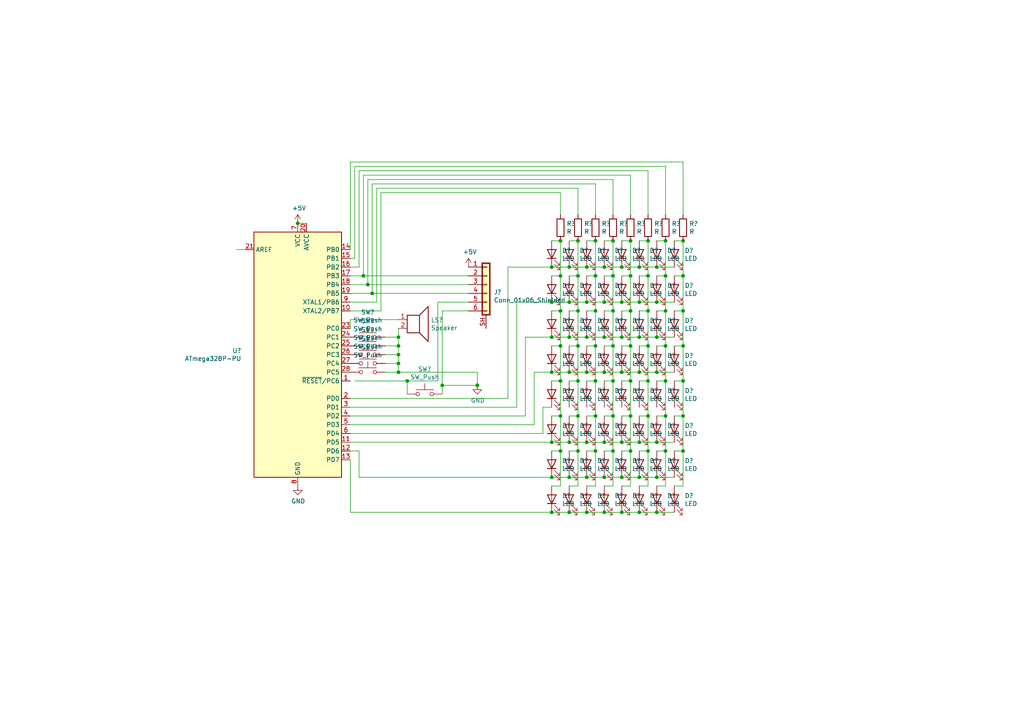
<source format=kicad_sch>
(kicad_sch (version 20211123) (generator eeschema)
  (paper "A4")
  (lib_symbols
    (symbol "Connector_Generic_Shielded:Conn_01x06_Shielded" (pin_names (offset 1.016) hide)
      (property "Reference" "J" (at 0.254 7.366 0))
      (property "Value" "Conn_01x06_Shielded" (at 1.016 -9.906 0))
      (symbol "Conn_01x06_Shielded_1_1"
        (rectangle (start -1.27 6.35) (end 1.27 -8.89) (stroke (width 0.1524)))
        (rectangle (start -1.016 -7.493) (end 0.254 -7.747) (stroke (width 0.1524)))
        (rectangle (start -1.016 -4.953) (end 0.254 -5.207) (stroke (width 0.1524)))
        (rectangle (start -1.016 -2.413) (end 0.254 -2.667) (stroke (width 0.1524)))
        (rectangle (start -1.016 0.127) (end 0.254 -0.127) (stroke (width 0.1524)))
        (rectangle (start -1.016 2.667) (end 0.254 2.413) (stroke (width 0.1524)))
        (rectangle (start -1.016 5.207) (end 0.254 4.953) (stroke (width 0.1524)))
        (rectangle (start -1.016 6.096) (end 1.016 -8.636) (stroke (width 0.254)) (fill (type background)))
        (pin passive line (at -5.08 5.08 0) (length 4.064) (name "Pin_1") (number "1"))
        (pin passive line (at -5.08 2.54 0) (length 4.064) (name "Pin_2") (number "2"))
        (pin passive line (at -5.08 0 0) (length 4.064) (name "Pin_3") (number "3"))
        (pin passive line (at -5.08 -2.54 0) (length 4.064) (name "Pin_4") (number "4"))
        (pin passive line (at -5.08 -5.08 0) (length 4.064) (name "Pin_5") (number "5"))
        (pin passive line (at -5.08 -7.62 0) (length 4.064) (name "Pin_6") (number "6"))
        (pin passive line (at 0 -12.7 90) (length 3.81) (name "Shield") (number "SH"))
      )
    )
    (symbol "Device:LED" (pin_numbers hide) (pin_names (offset 1.016) hide)
      (property "Reference" "D" (at 0 2.54 0))
      (property "Value" "LED" (at 0 -2.54 0))
      (symbol "LED_0_1"
        (polyline (pts (xy -1.27 -1.27) (xy -1.27 1.27)) (stroke (width 0.254)))
        (polyline (pts (xy -1.27 0) (xy 1.27 0)))
        (polyline (pts (xy 1.27 -1.27) (xy 1.27 1.27) (xy -1.27 0) (xy 1.27 -1.27)) (stroke (width 0.254)))
        (polyline (pts (xy -3.048 -0.762) (xy -4.572 -2.286) (xy -3.81 -2.286) (xy -4.572 -2.286) (xy -4.572 -1.524)))
        (polyline (pts (xy -1.778 -0.762) (xy -3.302 -2.286) (xy -2.54 -2.286) (xy -3.302 -2.286) (xy -3.302 -1.524)))
      )
      (symbol "LED_1_1"
        (pin passive line (at -3.81 0 0) (length 2.54) (name "K") (number "1"))
        (pin passive line (at 3.81 0 180) (length 2.54) (name "A") (number "2"))
      )
    )
    (symbol "Device:R" (pin_numbers hide) (pin_names (offset 0))
      (property "Reference" "R" (at 2.032 0 90))
      (property "Value" "R" (at 0 0 90))
      (symbol "R_0_1"
        (rectangle (start -1.016 -2.54) (end 1.016 2.54) (stroke (width 0.254)))
      )
      (symbol "R_1_1"
        (pin passive line (at 0 3.81 270) (length 1.27) (name "~") (number "1"))
        (pin passive line (at 0 -3.81 90) (length 1.27) (name "~") (number "2"))
      )
    )
    (symbol "Device:Speaker" (pin_names (offset 0) hide)
      (property "Reference" "LS" (at 1.27 5.715 0))
      (property "Value" "Speaker" (at 1.27 3.81 0))
      (symbol "Speaker_0_0"
        (rectangle (start -2.54 1.27) (end 1.016 -3.81) (stroke (width 0.254)))
        (polyline (pts (xy 1.016 1.27) (xy 3.556 3.81) (xy 3.556 -6.35) (xy 1.016 -3.81)) (stroke (width 0.254)))
      )
      (symbol "Speaker_1_1"
        (pin input line (at -5.08 0 0) (length 2.54) (name "1") (number "1"))
        (pin input line (at -5.08 -2.54 0) (length 2.54) (name "2") (number "2"))
      )
    )
    (symbol "MCU_Microchip_ATmega:ATmega328P-PU"
      (property "Reference" "U" (at -12.7 36.83 0))
      (property "Value" "MCU_Microchip_ATmega_ATmega328P-PU" (at 2.54 -36.83 0))
      (symbol "ATmega328P-PU_0_1"
        (rectangle (start -12.7 -35.56) (end 12.7 35.56) (stroke (width 0.254)) (fill (type background)))
      )
      (symbol "ATmega328P-PU_1_1"
        (pin bidirectional line (at 15.24 -7.62 180) (length 2.54) (name "~{RESET}/PC6") (number "1"))
        (pin bidirectional line (at 15.24 12.7 180) (length 2.54) (name "XTAL2/PB7") (number "10"))
        (pin bidirectional line (at 15.24 -25.4 180) (length 2.54) (name "PD5") (number "11"))
        (pin bidirectional line (at 15.24 -27.94 180) (length 2.54) (name "PD6") (number "12"))
        (pin bidirectional line (at 15.24 -30.48 180) (length 2.54) (name "PD7") (number "13"))
        (pin bidirectional line (at 15.24 30.48 180) (length 2.54) (name "PB0") (number "14"))
        (pin bidirectional line (at 15.24 27.94 180) (length 2.54) (name "PB1") (number "15"))
        (pin bidirectional line (at 15.24 25.4 180) (length 2.54) (name "PB2") (number "16"))
        (pin bidirectional line (at 15.24 22.86 180) (length 2.54) (name "PB3") (number "17"))
        (pin bidirectional line (at 15.24 20.32 180) (length 2.54) (name "PB4") (number "18"))
        (pin bidirectional line (at 15.24 17.78 180) (length 2.54) (name "PB5") (number "19"))
        (pin bidirectional line (at 15.24 -12.7 180) (length 2.54) (name "PD0") (number "2"))
        (pin power_in line (at 2.54 38.1 270) (length 2.54) (name "AVCC") (number "20"))
        (pin passive line (at -15.24 30.48 0) (length 2.54) (name "AREF") (number "21"))
        (pin passive line (at 0 -38.1 90) (length 2.54) hide (name "GND") (number "22"))
        (pin bidirectional line (at 15.24 7.62 180) (length 2.54) (name "PC0") (number "23"))
        (pin bidirectional line (at 15.24 5.08 180) (length 2.54) (name "PC1") (number "24"))
        (pin bidirectional line (at 15.24 2.54 180) (length 2.54) (name "PC2") (number "25"))
        (pin bidirectional line (at 15.24 0 180) (length 2.54) (name "PC3") (number "26"))
        (pin bidirectional line (at 15.24 -2.54 180) (length 2.54) (name "PC4") (number "27"))
        (pin bidirectional line (at 15.24 -5.08 180) (length 2.54) (name "PC5") (number "28"))
        (pin bidirectional line (at 15.24 -15.24 180) (length 2.54) (name "PD1") (number "3"))
        (pin bidirectional line (at 15.24 -17.78 180) (length 2.54) (name "PD2") (number "4"))
        (pin bidirectional line (at 15.24 -20.32 180) (length 2.54) (name "PD3") (number "5"))
        (pin bidirectional line (at 15.24 -22.86 180) (length 2.54) (name "PD4") (number "6"))
        (pin power_in line (at 0 38.1 270) (length 2.54) (name "VCC") (number "7"))
        (pin power_in line (at 0 -38.1 90) (length 2.54) (name "GND") (number "8"))
        (pin bidirectional line (at 15.24 15.24 180) (length 2.54) (name "XTAL1/PB6") (number "9"))
      )
    )
    (symbol "Switch:SW_Push" (pin_numbers hide) (pin_names (offset 1.016) hide)
      (property "Reference" "SW" (at 1.27 2.54 0))
      (property "Value" "SW_Push" (at 0 -1.524 0))
      (symbol "SW_Push_0_1"
        (circle (center -2.032 0) (radius 0.508))
        (polyline (pts (xy 0 1.27) (xy 0 3.048)))
        (polyline (pts (xy 2.54 1.27) (xy -2.54 1.27)))
        (circle (center 2.032 0) (radius 0.508))
        (pin passive line (at -5.08 0 0) (length 2.54) (name "1") (number "1"))
        (pin passive line (at 5.08 0 180) (length 2.54) (name "2") (number "2"))
      )
    )
    (symbol "power:+5V" (power) (pin_names (offset 0))
      (property "Value" "+5V" (at 0 3.556 0))
      (symbol "+5V_0_1"
        (polyline (pts (xy -0.762 1.27) (xy 0 2.54)))
        (polyline (pts (xy 0 0) (xy 0 2.54)))
        (polyline (pts (xy 0 2.54) (xy 0.762 1.27)))
      )
      (symbol "+5V_1_1"
        (pin power_in line (at 0 0 90) (length 0) hide (name "+5V") (number "1"))
      )
    )
    (symbol "power:GND" (power) (pin_names (offset 0))
      (property "Value" "GND" (at 0 -3.81 0))
      (symbol "GND_0_1"
        (polyline (pts (xy 0 0) (xy 0 -1.27) (xy 1.27 -1.27) (xy 0 -2.54) (xy -1.27 -1.27) (xy 0 -1.27)))
      )
      (symbol "GND_1_1"
        (pin power_in line (at 0 0 270) (length 0) hide (name "GND") (number "1"))
      )
    )
  )
  (junction (at 172.72 100.33))
  (junction (at 177.8 100.33))
  (junction (at 170.18 87.63))
  (junction (at 177.8 130.81))
  (junction (at 193.04 130.81))
  (junction (at 170.18 107.95))
  (junction (at 193.04 90.17))
  (junction (at 175.26 128.27))
  (junction (at 193.04 110.49))
  (junction (at 167.64 120.65))
  (junction (at 170.18 148.59))
  (junction (at 193.04 69.85))
  (junction (at 115.57 107.95))
  (junction (at 115.57 105.41))
  (junction (at 198.12 120.65))
  (junction (at 175.26 148.59))
  (junction (at 160.02 77.47))
  (junction (at 185.42 87.63))
  (junction (at 172.72 130.81))
  (junction (at 182.88 130.81))
  (junction (at 162.56 110.49))
  (junction (at 198.12 69.85))
  (junction (at 165.1 138.43))
  (junction (at 187.96 69.85))
  (junction (at 165.1 128.27))
  (junction (at 118.11 110.49))
  (junction (at 185.42 138.43))
  (junction (at 167.64 90.17))
  (junction (at 86.36 64.77))
  (junction (at 187.96 90.17))
  (junction (at 190.5 77.47))
  (junction (at 162.56 90.17))
  (junction (at 177.8 80.01))
  (junction (at 185.42 148.59))
  (junction (at 175.26 138.43))
  (junction (at 105.41 80.01))
  (junction (at 180.34 77.47))
  (junction (at 185.42 128.27))
  (junction (at 167.64 110.49))
  (junction (at 160.02 128.27))
  (junction (at 170.18 138.43))
  (junction (at 177.8 120.65))
  (junction (at 162.56 130.81))
  (junction (at 182.88 120.65))
  (junction (at 170.18 97.79))
  (junction (at 187.96 100.33))
  (junction (at 182.88 100.33))
  (junction (at 180.34 97.79))
  (junction (at 198.12 110.49))
  (junction (at 175.26 107.95))
  (junction (at 175.26 97.79))
  (junction (at 172.72 69.85))
  (junction (at 165.1 97.79))
  (junction (at 115.57 100.33))
  (junction (at 180.34 128.27))
  (junction (at 193.04 120.65))
  (junction (at 177.8 69.85))
  (junction (at 182.88 80.01))
  (junction (at 172.72 120.65))
  (junction (at 182.88 90.17))
  (junction (at 198.12 130.81))
  (junction (at 190.5 138.43))
  (junction (at 160.02 148.59))
  (junction (at 128.27 111.76))
  (junction (at 190.5 97.79))
  (junction (at 177.8 90.17))
  (junction (at 172.72 90.17))
  (junction (at 106.68 82.55))
  (junction (at 138.43 111.76))
  (junction (at 190.5 107.95))
  (junction (at 198.12 90.17))
  (junction (at 193.04 80.01))
  (junction (at 180.34 148.59))
  (junction (at 165.1 107.95))
  (junction (at 167.64 130.81))
  (junction (at 165.1 148.59))
  (junction (at 162.56 80.01))
  (junction (at 190.5 128.27))
  (junction (at 167.64 100.33))
  (junction (at 198.12 100.33))
  (junction (at 190.5 148.59))
  (junction (at 175.26 87.63))
  (junction (at 180.34 138.43))
  (junction (at 185.42 77.47))
  (junction (at 180.34 107.95))
  (junction (at 165.1 87.63))
  (junction (at 165.1 77.47))
  (junction (at 167.64 69.85))
  (junction (at 167.64 80.01))
  (junction (at 172.72 80.01))
  (junction (at 115.57 102.87))
  (junction (at 160.02 138.43))
  (junction (at 187.96 80.01))
  (junction (at 172.72 110.49))
  (junction (at 198.12 80.01))
  (junction (at 170.18 128.27))
  (junction (at 187.96 120.65))
  (junction (at 193.04 100.33))
  (junction (at 180.34 87.63))
  (junction (at 175.26 77.47))
  (junction (at 162.56 69.85))
  (junction (at 162.56 100.33))
  (junction (at 177.8 110.49))
  (junction (at 160.02 87.63))
  (junction (at 185.42 97.79))
  (junction (at 185.42 107.95))
  (junction (at 115.57 97.79))
  (junction (at 160.02 107.95))
  (junction (at 190.5 87.63))
  (junction (at 182.88 69.85))
  (junction (at 160.02 97.79))
  (junction (at 187.96 130.81))
  (junction (at 107.95 85.09))
  (junction (at 170.18 77.47))
  (junction (at 162.56 120.65))
  (junction (at 182.88 110.49))
  (junction (at 187.96 110.49))
  (wire (pts (xy 185.42 128.27) (xy 180.34 128.27)))
  (wire (pts (xy 198.12 130.81) (xy 198.12 140.97)))
  (wire (pts (xy 172.72 100.33) (xy 172.72 110.49)))
  (wire (pts (xy 162.56 120.65) (xy 162.56 110.49)))
  (wire (pts (xy 175.26 97.79) (xy 180.34 97.79)))
  (wire (pts (xy 177.8 130.81) (xy 177.8 120.65)))
  (wire (pts (xy 170.18 69.85) (xy 172.72 69.85)))
  (wire (pts (xy 195.58 128.27) (xy 190.5 128.27)))
  (wire (pts (xy 138.43 107.95) (xy 138.43 111.76)))
  (wire (pts (xy 111.76 107.95) (xy 115.57 107.95)))
  (wire (pts (xy 195.58 80.01) (xy 198.12 80.01)))
  (wire (pts (xy 102.87 74.93) (xy 102.87 48.26)))
  (wire (pts (xy 115.57 97.79) (xy 115.57 100.33)))
  (wire (pts (xy 180.34 120.65) (xy 182.88 120.65)))
  (wire (pts (xy 160.02 140.97) (xy 162.56 140.97)))
  (wire (pts (xy 187.96 80.01) (xy 187.96 69.85)))
  (wire (pts (xy 101.6 118.11) (xy 149.86 118.11)))
  (wire (pts (xy 167.64 140.97) (xy 165.1 140.97)))
  (wire (pts (xy 193.04 110.49) (xy 193.04 100.33)))
  (wire (pts (xy 102.87 48.26) (xy 193.04 48.26)))
  (wire (pts (xy 170.18 90.17) (xy 172.72 90.17)))
  (wire (pts (xy 175.26 107.95) (xy 180.34 107.95)))
  (wire (pts (xy 115.57 107.95) (xy 138.43 107.95)))
  (wire (pts (xy 160.02 107.95) (xy 165.1 107.95)))
  (wire (pts (xy 180.34 100.33) (xy 182.88 100.33)))
  (wire (pts (xy 167.64 120.65) (xy 167.64 130.81)))
  (wire (pts (xy 170.18 80.01) (xy 172.72 80.01)))
  (wire (pts (xy 107.95 85.09) (xy 107.95 53.34)))
  (wire (pts (xy 190.5 90.17) (xy 193.04 90.17)))
  (wire (pts (xy 180.34 148.59) (xy 175.26 148.59)))
  (wire (pts (xy 101.6 46.99) (xy 198.12 46.99)))
  (wire (pts (xy 190.5 128.27) (xy 185.42 128.27)))
  (wire (pts (xy 185.42 90.17) (xy 187.96 90.17)))
  (wire (pts (xy 102.87 110.49) (xy 118.11 110.49)))
  (wire (pts (xy 111.76 97.79) (xy 115.57 97.79)))
  (wire (pts (xy 187.96 69.85) (xy 185.42 69.85)))
  (wire (pts (xy 180.34 77.47) (xy 185.42 77.47)))
  (wire (pts (xy 101.6 82.55) (xy 106.68 82.55)))
  (wire (pts (xy 165.1 100.33) (xy 167.64 100.33)))
  (wire (pts (xy 185.42 110.49) (xy 187.96 110.49)))
  (wire (pts (xy 165.1 97.79) (xy 170.18 97.79)))
  (wire (pts (xy 162.56 80.01) (xy 162.56 69.85)))
  (wire (pts (xy 195.58 90.17) (xy 198.12 90.17)))
  (wire (pts (xy 167.64 130.81) (xy 167.64 140.97)))
  (wire (pts (xy 175.26 128.27) (xy 170.18 128.27)))
  (wire (pts (xy 190.5 138.43) (xy 195.58 138.43)))
  (wire (pts (xy 180.34 110.49) (xy 182.88 110.49)))
  (wire (pts (xy 101.6 87.63) (xy 109.22 87.63)))
  (wire (pts (xy 165.1 87.63) (xy 170.18 87.63)))
  (wire (pts (xy 185.42 107.95) (xy 190.5 107.95)))
  (wire (pts (xy 71.12 72.39) (xy 68.58 72.39)))
  (wire (pts (xy 160.02 97.79) (xy 165.1 97.79)))
  (wire (pts (xy 135.89 80.01) (xy 105.41 80.01)))
  (wire (pts (xy 190.5 120.65) (xy 193.04 120.65)))
  (wire (pts (xy 104.14 130.81) (xy 101.6 130.81)))
  (wire (pts (xy 127 87.63) (xy 135.89 87.63)))
  (wire (pts (xy 187.96 130.81) (xy 187.96 120.65)))
  (wire (pts (xy 128.27 114.3) (xy 128.27 111.76)))
  (wire (pts (xy 170.18 107.95) (xy 175.26 107.95)))
  (wire (pts (xy 175.26 87.63) (xy 170.18 87.63)))
  (wire (pts (xy 195.58 130.81) (xy 198.12 130.81)))
  (wire (pts (xy 160.02 120.65) (xy 162.56 120.65)))
  (wire (pts (xy 101.6 90.17) (xy 110.49 90.17)))
  (wire (pts (xy 160.02 77.47) (xy 165.1 77.47)))
  (wire (pts (xy 180.34 90.17) (xy 182.88 90.17)))
  (wire (pts (xy 185.42 97.79) (xy 190.5 97.79)))
  (wire (pts (xy 167.64 69.85) (xy 167.64 80.01)))
  (wire (pts (xy 175.26 100.33) (xy 177.8 100.33)))
  (wire (pts (xy 152.4 120.65) (xy 152.4 97.79)))
  (wire (pts (xy 195.58 97.79) (xy 190.5 97.79)))
  (wire (pts (xy 104.14 77.47) (xy 104.14 49.53)))
  (wire (pts (xy 165.1 69.85) (xy 167.64 69.85)))
  (wire (pts (xy 162.56 90.17) (xy 162.56 80.01)))
  (wire (pts (xy 185.42 140.97) (xy 187.96 140.97)))
  (wire (pts (xy 167.64 100.33) (xy 167.64 110.49)))
  (wire (pts (xy 101.6 128.27) (xy 160.02 128.27)))
  (wire (pts (xy 104.14 138.43) (xy 104.14 130.81)))
  (wire (pts (xy 165.1 120.65) (xy 167.64 120.65)))
  (wire (pts (xy 172.72 62.23) (xy 172.72 53.34)))
  (wire (pts (xy 101.6 85.09) (xy 107.95 85.09)))
  (wire (pts (xy 180.34 87.63) (xy 185.42 87.63)))
  (wire (pts (xy 115.57 97.79) (xy 115.57 95.25)))
  (wire (pts (xy 195.58 148.59) (xy 190.5 148.59)))
  (wire (pts (xy 185.42 87.63) (xy 190.5 87.63)))
  (wire (pts (xy 138.43 111.76) (xy 128.27 111.76)))
  (wire (pts (xy 160.02 148.59) (xy 101.6 148.59)))
  (wire (pts (xy 193.04 80.01) (xy 193.04 69.85)))
  (wire (pts (xy 198.12 110.49) (xy 198.12 120.65)))
  (wire (pts (xy 190.5 148.59) (xy 185.42 148.59)))
  (wire (pts (xy 160.02 100.33) (xy 162.56 100.33)))
  (wire (pts (xy 180.34 107.95) (xy 185.42 107.95)))
  (wire (pts (xy 180.34 138.43) (xy 185.42 138.43)))
  (wire (pts (xy 170.18 128.27) (xy 165.1 128.27)))
  (wire (pts (xy 118.11 110.49) (xy 127 110.49)))
  (wire (pts (xy 170.18 110.49) (xy 172.72 110.49)))
  (wire (pts (xy 115.57 102.87) (xy 115.57 105.41)))
  (wire (pts (xy 193.04 130.81) (xy 193.04 120.65)))
  (wire (pts (xy 172.72 80.01) (xy 172.72 90.17)))
  (wire (pts (xy 198.12 100.33) (xy 198.12 110.49)))
  (wire (pts (xy 162.56 55.88) (xy 162.56 62.23)))
  (wire (pts (xy 193.04 140.97) (xy 193.04 130.81)))
  (wire (pts (xy 177.8 120.65) (xy 177.8 110.49)))
  (wire (pts (xy 195.58 77.47) (xy 190.5 77.47)))
  (wire (pts (xy 180.34 69.85) (xy 182.88 69.85)))
  (wire (pts (xy 160.02 110.49) (xy 162.56 110.49)))
  (wire (pts (xy 195.58 110.49) (xy 198.12 110.49)))
  (wire (pts (xy 154.94 123.19) (xy 154.94 107.95)))
  (wire (pts (xy 182.88 110.49) (xy 182.88 120.65)))
  (wire (pts (xy 160.02 87.63) (xy 165.1 87.63)))
  (wire (pts (xy 180.34 128.27) (xy 175.26 128.27)))
  (wire (pts (xy 105.41 80.01) (xy 105.41 50.8)))
  (wire (pts (xy 182.88 140.97) (xy 180.34 140.97)))
  (wire (pts (xy 165.1 148.59) (xy 160.02 148.59)))
  (wire (pts (xy 106.68 82.55) (xy 106.68 52.07)))
  (wire (pts (xy 193.04 100.33) (xy 193.04 90.17)))
  (wire (pts (xy 187.96 62.23) (xy 187.96 49.53)))
  (wire (pts (xy 198.12 62.23) (xy 198.12 46.99)))
  (wire (pts (xy 175.26 148.59) (xy 170.18 148.59)))
  (wire (pts (xy 162.56 69.85) (xy 160.02 69.85)))
  (wire (pts (xy 101.6 125.73) (xy 157.48 125.73)))
  (wire (pts (xy 182.88 130.81) (xy 182.88 140.97)))
  (wire (pts (xy 109.22 87.63) (xy 109.22 54.61)))
  (wire (pts (xy 198.12 140.97) (xy 195.58 140.97)))
  (wire (pts (xy 175.26 77.47) (xy 180.34 77.47)))
  (wire (pts (xy 187.96 120.65) (xy 187.96 110.49)))
  (wire (pts (xy 185.42 120.65) (xy 187.96 120.65)))
  (wire (pts (xy 185.42 148.59) (xy 180.34 148.59)))
  (wire (pts (xy 157.48 125.73) (xy 157.48 118.11)))
  (wire (pts (xy 172.72 120.65) (xy 172.72 130.81)))
  (wire (pts (xy 182.88 100.33) (xy 182.88 110.49)))
  (wire (pts (xy 86.36 64.77) (xy 88.9 64.77)))
  (wire (pts (xy 160.02 90.17) (xy 162.56 90.17)))
  (wire (pts (xy 160.02 138.43) (xy 104.14 138.43)))
  (wire (pts (xy 170.18 138.43) (xy 175.26 138.43)))
  (wire (pts (xy 157.48 118.11) (xy 160.02 118.11)))
  (wire (pts (xy 198.12 80.01) (xy 198.12 90.17)))
  (wire (pts (xy 165.1 80.01) (xy 167.64 80.01)))
  (wire (pts (xy 109.22 54.61) (xy 167.64 54.61)))
  (wire (pts (xy 105.41 50.8) (xy 182.88 50.8)))
  (wire (pts (xy 193.04 90.17) (xy 193.04 80.01)))
  (wire (pts (xy 106.68 52.07) (xy 177.8 52.07)))
  (wire (pts (xy 182.88 120.65) (xy 182.88 130.81)))
  (wire (pts (xy 185.42 77.47) (xy 190.5 77.47)))
  (wire (pts (xy 175.26 80.01) (xy 177.8 80.01)))
  (wire (pts (xy 175.26 138.43) (xy 180.34 138.43)))
  (wire (pts (xy 177.8 110.49) (xy 177.8 100.33)))
  (wire (pts (xy 110.49 90.17) (xy 110.49 55.88)))
  (wire (pts (xy 187.96 100.33) (xy 187.96 90.17)))
  (wire (pts (xy 111.76 102.87) (xy 115.57 102.87)))
  (wire (pts (xy 115.57 92.71) (xy 101.6 92.71)))
  (wire (pts (xy 177.8 90.17) (xy 177.8 80.01)))
  (wire (pts (xy 111.76 100.33) (xy 115.57 100.33)))
  (wire (pts (xy 198.12 90.17) (xy 198.12 100.33)))
  (wire (pts (xy 185.42 130.81) (xy 187.96 130.81)))
  (wire (pts (xy 111.76 105.41) (xy 115.57 105.41)))
  (wire (pts (xy 152.4 97.79) (xy 160.02 97.79)))
  (wire (pts (xy 162.56 100.33) (xy 162.56 90.17)))
  (wire (pts (xy 175.26 110.49) (xy 177.8 110.49)))
  (wire (pts (xy 172.72 90.17) (xy 172.72 100.33)))
  (wire (pts (xy 101.6 74.93) (xy 102.87 74.93)))
  (wire (pts (xy 165.1 90.17) (xy 167.64 90.17)))
  (wire (pts (xy 160.02 138.43) (xy 165.1 138.43)))
  (wire (pts (xy 182.88 69.85) (xy 182.88 80.01)))
  (wire (pts (xy 154.94 107.95) (xy 160.02 107.95)))
  (wire (pts (xy 187.96 90.17) (xy 187.96 80.01)))
  (wire (pts (xy 190.5 140.97) (xy 193.04 140.97)))
  (wire (pts (xy 172.72 110.49) (xy 172.72 120.65)))
  (wire (pts (xy 177.8 69.85) (xy 175.26 69.85)))
  (wire (pts (xy 165.1 107.95) (xy 170.18 107.95)))
  (wire (pts (xy 172.72 140.97) (xy 170.18 140.97)))
  (wire (pts (xy 170.18 148.59) (xy 165.1 148.59)))
  (wire (pts (xy 180.34 130.81) (xy 182.88 130.81)))
  (wire (pts (xy 170.18 100.33) (xy 172.72 100.33)))
  (wire (pts (xy 172.72 69.85) (xy 172.72 80.01)))
  (wire (pts (xy 149.86 118.11) (xy 149.86 87.63)))
  (wire (pts (xy 162.56 110.49) (xy 162.56 100.33)))
  (wire (pts (xy 195.58 69.85) (xy 198.12 69.85)))
  (wire (pts (xy 198.12 69.85) (xy 198.12 80.01)))
  (wire (pts (xy 190.5 87.63) (xy 195.58 87.63)))
  (wire (pts (xy 160.02 80.01) (xy 162.56 80.01)))
  (wire (pts (xy 172.72 130.81) (xy 172.72 140.97)))
  (wire (pts (xy 101.6 72.39) (xy 101.6 46.99)))
  (wire (pts (xy 175.26 140.97) (xy 177.8 140.97)))
  (wire (pts (xy 165.1 130.81) (xy 167.64 130.81)))
  (wire (pts (xy 101.6 148.59) (xy 101.6 133.35)))
  (wire (pts (xy 177.8 100.33) (xy 177.8 90.17)))
  (wire (pts (xy 175.26 90.17) (xy 177.8 90.17)))
  (wire (pts (xy 175.26 87.63) (xy 180.34 87.63)))
  (wire (pts (xy 185.42 100.33) (xy 187.96 100.33)))
  (wire (pts (xy 167.64 90.17) (xy 167.64 100.33)))
  (wire (pts (xy 101.6 120.65) (xy 152.4 120.65)))
  (wire (pts (xy 165.1 138.43) (xy 170.18 138.43)))
  (wire (pts (xy 195.58 120.65) (xy 198.12 120.65)))
  (wire (pts (xy 165.1 128.27) (xy 160.02 128.27)))
  (wire (pts (xy 182.88 62.23) (xy 182.88 50.8)))
  (wire (pts (xy 187.96 110.49) (xy 187.96 100.33)))
  (wire (pts (xy 147.32 115.57) (xy 147.32 77.47)))
  (wire (pts (xy 106.68 82.55) (xy 135.89 82.55)))
  (wire (pts (xy 101.6 77.47) (xy 104.14 77.47)))
  (wire (pts (xy 170.18 77.47) (xy 175.26 77.47)))
  (wire (pts (xy 170.18 120.65) (xy 172.72 120.65)))
  (wire (pts (xy 185.42 138.43) (xy 190.5 138.43)))
  (wire (pts (xy 101.6 92.71) (xy 101.6 95.25)))
  (wire (pts (xy 170.18 130.81) (xy 172.72 130.81)))
  (wire (pts (xy 107.95 85.09) (xy 135.89 85.09)))
  (wire (pts (xy 190.5 107.95) (xy 195.58 107.95)))
  (wire (pts (xy 110.49 55.88) (xy 162.56 55.88)))
  (wire (pts (xy 101.6 123.19) (xy 154.94 123.19)))
  (wire (pts (xy 127 110.49) (xy 127 87.63)))
  (wire (pts (xy 162.56 140.97) (xy 162.56 130.81)))
  (wire (pts (xy 104.14 49.53) (xy 187.96 49.53)))
  (wire (pts (xy 167.64 62.23) (xy 167.64 54.61)))
  (wire (pts (xy 175.26 130.81) (xy 177.8 130.81)))
  (wire (pts (xy 177.8 52.07) (xy 177.8 62.23)))
  (wire (pts (xy 193.04 69.85) (xy 190.5 69.85)))
  (wire (pts (xy 190.5 100.33) (xy 193.04 100.33)))
  (wire (pts (xy 101.6 80.01) (xy 105.41 80.01)))
  (wire (pts (xy 187.96 140.97) (xy 187.96 130.81)))
  (wire (pts (xy 195.58 100.33) (xy 198.12 100.33)))
  (wire (pts (xy 167.64 110.49) (xy 167.64 120.65)))
  (wire (pts (xy 190.5 110.49) (xy 193.04 110.49)))
  (wire (pts (xy 185.42 80.01) (xy 187.96 80.01)))
  (wire (pts (xy 177.8 80.01) (xy 177.8 69.85)))
  (wire (pts (xy 118.11 110.49) (xy 118.11 114.3)))
  (wire (pts (xy 149.86 87.63) (xy 160.02 87.63)))
  (wire (pts (xy 147.32 77.47) (xy 160.02 77.47)))
  (wire (pts (xy 198.12 120.65) (xy 198.12 130.81)))
  (wire (pts (xy 175.26 120.65) (xy 177.8 120.65)))
  (wire (pts (xy 115.57 100.33) (xy 115.57 102.87)))
  (wire (pts (xy 170.18 97.79) (xy 175.26 97.79)))
  (wire (pts (xy 128.27 90.17) (xy 135.89 90.17)))
  (wire (pts (xy 193.04 120.65) (xy 193.04 110.49)))
  (wire (pts (xy 182.88 90.17) (xy 182.88 100.33)))
  (wire (pts (xy 180.34 97.79) (xy 185.42 97.79)))
  (wire (pts (xy 115.57 105.41) (xy 115.57 107.95)))
  (wire (pts (xy 193.04 48.26) (xy 193.04 62.23)))
  (wire (pts (xy 162.56 130.81) (xy 162.56 120.65)))
  (wire (pts (xy 190.5 130.81) (xy 193.04 130.81)))
  (wire (pts (xy 101.6 115.57) (xy 147.32 115.57)))
  (wire (pts (xy 177.8 140.97) (xy 177.8 130.81)))
  (wire (pts (xy 160.02 130.81) (xy 162.56 130.81)))
  (wire (pts (xy 107.95 53.34) (xy 172.72 53.34)))
  (wire (pts (xy 190.5 80.01) (xy 193.04 80.01)))
  (wire (pts (xy 170.18 77.47) (xy 165.1 77.47)))
  (wire (pts (xy 165.1 110.49) (xy 167.64 110.49)))
  (wire (pts (xy 182.88 80.01) (xy 182.88 90.17)))
  (wire (pts (xy 167.64 80.01) (xy 167.64 90.17)))
  (wire (pts (xy 128.27 111.76) (xy 128.27 90.17)))
  (wire (pts (xy 180.34 80.01) (xy 182.88 80.01)))
  (symbol (lib_id "MCU_Microchip_ATmega:ATmega328P-PU") (at 86.36 102.87 0) (unit 1)
    (property "Reference" "U?" (at 70.0024 101.7016 0) (effects (justify right)))
    (property "Value" "ATmega328P-PU" (at 70.0024 104.013 0) (effects (justify right)))
    (property "Footprint" "Package_DIP:DIP-28_W7.62mm" (effects hide))
    (property "Datasheet" "http://ww1.microchip.com/downloads/en/DeviceDoc/ATmega328_P%20AVR%20MCU%20with%20picoPower%20Technology%20Data%20Sheet%2040001984A.pdf" (effects hide))
  )
  (symbol (lib_id "Device:LED") (at 160.02 73.66 90) (unit 1)
    (property "Reference" "D?" (at 163.0172 72.6694 90) (effects (justify right)))
    (property "Value" "LED" (at 163.0172 74.9808 90) (effects (justify right)))
  )
  (symbol (lib_id "Device:LED") (at 165.1 73.66 90) (unit 1)
    (property "Reference" "D?" (at 168.0972 72.6694 90) (effects (justify right)))
    (property "Value" "LED" (at 168.0972 74.9808 90) (effects (justify right)))
  )
  (symbol (lib_id "Device:LED") (at 170.18 73.66 90) (unit 1)
    (property "Reference" "D?" (at 173.1772 72.6694 90) (effects (justify right)))
    (property "Value" "LED" (at 173.1772 74.9808 90) (effects (justify right)))
  )
  (symbol (lib_id "Device:LED") (at 175.26 73.66 90) (unit 1)
    (property "Reference" "D?" (at 178.2572 72.6694 90) (effects (justify right)))
    (property "Value" "LED" (at 178.2572 74.9808 90) (effects (justify right)))
  )
  (symbol (lib_id "Device:LED") (at 180.34 73.66 90) (unit 1)
    (property "Reference" "D?" (at 183.3372 72.6694 90) (effects (justify right)))
    (property "Value" "LED" (at 183.3372 74.9808 90) (effects (justify right)))
  )
  (symbol (lib_id "Device:LED") (at 185.42 73.66 90) (unit 1)
    (property "Reference" "D?" (at 188.4172 72.6694 90) (effects (justify right)))
    (property "Value" "LED" (at 188.4172 74.9808 90) (effects (justify right)))
  )
  (symbol (lib_id "Device:LED") (at 190.5 73.66 90) (unit 1)
    (property "Reference" "D?" (at 193.4972 72.6694 90) (effects (justify right)))
    (property "Value" "LED" (at 193.4972 74.9808 90) (effects (justify right)))
  )
  (symbol (lib_id "Device:LED") (at 195.58 73.66 90) (unit 1)
    (property "Reference" "D?" (at 198.5772 72.6694 90) (effects (justify right)))
    (property "Value" "LED" (at 198.5772 74.9808 90) (effects (justify right)))
  )
  (symbol (lib_id "Device:LED") (at 160.02 83.82 90) (unit 1)
    (property "Reference" "D?" (at 163.0172 82.8294 90) (effects (justify right)))
    (property "Value" "LED" (at 163.0172 85.1408 90) (effects (justify right)))
  )
  (symbol (lib_id "Device:LED") (at 165.1 83.82 90) (unit 1)
    (property "Reference" "D?" (at 168.0972 82.8294 90) (effects (justify right)))
    (property "Value" "LED" (at 168.0972 85.1408 90) (effects (justify right)))
  )
  (symbol (lib_id "Device:LED") (at 170.18 83.82 90) (unit 1)
    (property "Reference" "D?" (at 173.1772 82.8294 90) (effects (justify right)))
    (property "Value" "LED" (at 173.1772 85.1408 90) (effects (justify right)))
  )
  (symbol (lib_id "Device:LED") (at 175.26 83.82 90) (unit 1)
    (property "Reference" "D?" (at 178.2572 82.8294 90) (effects (justify right)))
    (property "Value" "LED" (at 178.2572 85.1408 90) (effects (justify right)))
  )
  (symbol (lib_id "Device:LED") (at 180.34 83.82 90) (unit 1)
    (property "Reference" "D?" (at 183.3372 82.8294 90) (effects (justify right)))
    (property "Value" "LED" (at 183.3372 85.1408 90) (effects (justify right)))
  )
  (symbol (lib_id "Device:LED") (at 185.42 83.82 90) (unit 1)
    (property "Reference" "D?" (at 188.4172 82.8294 90) (effects (justify right)))
    (property "Value" "LED" (at 188.4172 85.1408 90) (effects (justify right)))
  )
  (symbol (lib_id "Device:LED") (at 190.5 83.82 90) (unit 1)
    (property "Reference" "D?" (at 193.4972 82.8294 90) (effects (justify right)))
    (property "Value" "LED" (at 193.4972 85.1408 90) (effects (justify right)))
  )
  (symbol (lib_id "Device:LED") (at 195.58 83.82 90) (unit 1)
    (property "Reference" "D?" (at 198.5772 82.8294 90) (effects (justify right)))
    (property "Value" "LED" (at 198.5772 85.1408 90) (effects (justify right)))
  )
  (symbol (lib_id "Device:LED") (at 160.02 93.98 90) (unit 1)
    (property "Reference" "D?" (at 163.0172 92.9894 90) (effects (justify right)))
    (property "Value" "LED" (at 163.0172 95.3008 90) (effects (justify right)))
  )
  (symbol (lib_id "Device:LED") (at 165.1 93.98 90) (unit 1)
    (property "Reference" "D?" (at 168.0972 92.9894 90) (effects (justify right)))
    (property "Value" "LED" (at 168.0972 95.3008 90) (effects (justify right)))
  )
  (symbol (lib_id "Device:LED") (at 170.18 93.98 90) (unit 1)
    (property "Reference" "D?" (at 173.1772 92.9894 90) (effects (justify right)))
    (property "Value" "LED" (at 173.1772 95.3008 90) (effects (justify right)))
  )
  (symbol (lib_id "Device:LED") (at 175.26 93.98 90) (unit 1)
    (property "Reference" "D?" (at 178.2572 92.9894 90) (effects (justify right)))
    (property "Value" "LED" (at 178.2572 95.3008 90) (effects (justify right)))
  )
  (symbol (lib_id "Device:LED") (at 180.34 93.98 90) (unit 1)
    (property "Reference" "D?" (at 183.3372 92.9894 90) (effects (justify right)))
    (property "Value" "LED" (at 183.3372 95.3008 90) (effects (justify right)))
  )
  (symbol (lib_id "Device:LED") (at 185.42 93.98 90) (unit 1)
    (property "Reference" "D?" (at 188.4172 92.9894 90) (effects (justify right)))
    (property "Value" "LED" (at 188.4172 95.3008 90) (effects (justify right)))
  )
  (symbol (lib_id "Device:LED") (at 190.5 93.98 90) (unit 1)
    (property "Reference" "D?" (at 193.4972 92.9894 90) (effects (justify right)))
    (property "Value" "LED" (at 193.4972 95.3008 90) (effects (justify right)))
  )
  (symbol (lib_id "Device:LED") (at 195.58 93.98 90) (unit 1)
    (property "Reference" "D?" (at 198.5772 92.9894 90) (effects (justify right)))
    (property "Value" "LED" (at 198.5772 95.3008 90) (effects (justify right)))
  )
  (symbol (lib_id "Device:LED") (at 160.02 104.14 90) (unit 1)
    (property "Reference" "D?" (at 163.0172 103.1494 90) (effects (justify right)))
    (property "Value" "LED" (at 163.0172 105.4608 90) (effects (justify right)))
  )
  (symbol (lib_id "Device:LED") (at 165.1 104.14 90) (unit 1)
    (property "Reference" "D?" (at 168.0972 103.1494 90) (effects (justify right)))
    (property "Value" "LED" (at 168.0972 105.4608 90) (effects (justify right)))
  )
  (symbol (lib_id "Device:LED") (at 170.18 104.14 90) (unit 1)
    (property "Reference" "D?" (at 173.1772 103.1494 90) (effects (justify right)))
    (property "Value" "LED" (at 173.1772 105.4608 90) (effects (justify right)))
  )
  (symbol (lib_id "Device:LED") (at 175.26 104.14 90) (unit 1)
    (property "Reference" "D?" (at 178.2572 103.1494 90) (effects (justify right)))
    (property "Value" "LED" (at 178.2572 105.4608 90) (effects (justify right)))
  )
  (symbol (lib_id "Device:LED") (at 180.34 104.14 90) (unit 1)
    (property "Reference" "D?" (at 183.3372 103.1494 90) (effects (justify right)))
    (property "Value" "LED" (at 183.3372 105.4608 90) (effects (justify right)))
  )
  (symbol (lib_id "Device:LED") (at 185.42 104.14 90) (unit 1)
    (property "Reference" "D?" (at 188.4172 103.1494 90) (effects (justify right)))
    (property "Value" "LED" (at 188.4172 105.4608 90) (effects (justify right)))
  )
  (symbol (lib_id "Device:LED") (at 190.5 104.14 90) (unit 1)
    (property "Reference" "D?" (at 193.4972 103.1494 90) (effects (justify right)))
    (property "Value" "LED" (at 193.4972 105.4608 90) (effects (justify right)))
  )
  (symbol (lib_id "Device:LED") (at 195.58 104.14 90) (unit 1)
    (property "Reference" "D?" (at 198.5772 103.1494 90) (effects (justify right)))
    (property "Value" "LED" (at 198.5772 105.4608 90) (effects (justify right)))
  )
  (symbol (lib_id "Device:LED") (at 160.02 114.3 90) (unit 1)
    (property "Reference" "D?" (at 163.0172 113.3094 90) (effects (justify right)))
    (property "Value" "LED" (at 163.0172 115.6208 90) (effects (justify right)))
  )
  (symbol (lib_id "Device:LED") (at 165.1 114.3 90) (unit 1)
    (property "Reference" "D?" (at 168.0972 113.3094 90) (effects (justify right)))
    (property "Value" "LED" (at 168.0972 115.6208 90) (effects (justify right)))
  )
  (symbol (lib_id "Device:LED") (at 170.18 114.3 90) (unit 1)
    (property "Reference" "D?" (at 173.1772 113.3094 90) (effects (justify right)))
    (property "Value" "LED" (at 173.1772 115.6208 90) (effects (justify right)))
  )
  (symbol (lib_id "Device:LED") (at 175.26 114.3 90) (unit 1)
    (property "Reference" "D?" (at 178.2572 113.3094 90) (effects (justify right)))
    (property "Value" "LED" (at 178.2572 115.6208 90) (effects (justify right)))
  )
  (symbol (lib_id "Device:LED") (at 180.34 114.3 90) (unit 1)
    (property "Reference" "D?" (at 183.3372 113.3094 90) (effects (justify right)))
    (property "Value" "LED" (at 183.3372 115.6208 90) (effects (justify right)))
  )
  (symbol (lib_id "Device:LED") (at 185.42 114.3 90) (unit 1)
    (property "Reference" "D?" (at 188.4172 113.3094 90) (effects (justify right)))
    (property "Value" "LED" (at 188.4172 115.6208 90) (effects (justify right)))
  )
  (symbol (lib_id "Device:LED") (at 190.5 114.3 90) (unit 1)
    (property "Reference" "D?" (at 193.4972 113.3094 90) (effects (justify right)))
    (property "Value" "LED" (at 193.4972 115.6208 90) (effects (justify right)))
  )
  (symbol (lib_id "Device:LED") (at 195.58 114.3 90) (unit 1)
    (property "Reference" "D?" (at 198.5772 113.3094 90) (effects (justify right)))
    (property "Value" "LED" (at 198.5772 115.6208 90) (effects (justify right)))
  )
  (symbol (lib_id "Device:LED") (at 160.02 124.46 90) (unit 1)
    (property "Reference" "D?" (at 163.0172 123.4694 90) (effects (justify right)))
    (property "Value" "LED" (at 163.0172 125.7808 90) (effects (justify right)))
  )
  (symbol (lib_id "Device:LED") (at 165.1 124.46 90) (unit 1)
    (property "Reference" "D?" (at 168.0972 123.4694 90) (effects (justify right)))
    (property "Value" "LED" (at 168.0972 125.7808 90) (effects (justify right)))
  )
  (symbol (lib_id "Device:LED") (at 170.18 124.46 90) (unit 1)
    (property "Reference" "D?" (at 173.1772 123.4694 90) (effects (justify right)))
    (property "Value" "LED" (at 173.1772 125.7808 90) (effects (justify right)))
  )
  (symbol (lib_id "Device:LED") (at 175.26 124.46 90) (unit 1)
    (property "Reference" "D?" (at 178.2572 123.4694 90) (effects (justify right)))
    (property "Value" "LED" (at 178.2572 125.7808 90) (effects (justify right)))
  )
  (symbol (lib_id "Device:LED") (at 180.34 124.46 90) (unit 1)
    (property "Reference" "D?" (at 183.3372 123.4694 90) (effects (justify right)))
    (property "Value" "LED" (at 183.3372 125.7808 90) (effects (justify right)))
  )
  (symbol (lib_id "Device:LED") (at 185.42 124.46 90) (unit 1)
    (property "Reference" "D?" (at 188.4172 123.4694 90) (effects (justify right)))
    (property "Value" "LED" (at 188.4172 125.7808 90) (effects (justify right)))
  )
  (symbol (lib_id "Device:LED") (at 190.5 124.46 90) (unit 1)
    (property "Reference" "D?" (at 193.4972 123.4694 90) (effects (justify right)))
    (property "Value" "LED" (at 193.4972 125.7808 90) (effects (justify right)))
  )
  (symbol (lib_id "Device:LED") (at 195.58 124.46 90) (unit 1)
    (property "Reference" "D?" (at 198.5772 123.4694 90) (effects (justify right)))
    (property "Value" "LED" (at 198.5772 125.7808 90) (effects (justify right)))
  )
  (symbol (lib_id "Device:LED") (at 160.02 134.62 90) (unit 1)
    (property "Reference" "D?" (at 163.0172 133.6294 90) (effects (justify right)))
    (property "Value" "LED" (at 163.0172 135.9408 90) (effects (justify right)))
  )
  (symbol (lib_id "Device:LED") (at 165.1 134.62 90) (unit 1)
    (property "Reference" "D?" (at 168.0972 133.6294 90) (effects (justify right)))
    (property "Value" "LED" (at 168.0972 135.9408 90) (effects (justify right)))
  )
  (symbol (lib_id "Device:LED") (at 170.18 134.62 90) (unit 1)
    (property "Reference" "D?" (at 173.1772 133.6294 90) (effects (justify right)))
    (property "Value" "LED" (at 173.1772 135.9408 90) (effects (justify right)))
  )
  (symbol (lib_id "Device:LED") (at 175.26 134.62 90) (unit 1)
    (property "Reference" "D?" (at 178.2572 133.6294 90) (effects (justify right)))
    (property "Value" "LED" (at 178.2572 135.9408 90) (effects (justify right)))
  )
  (symbol (lib_id "Device:LED") (at 180.34 134.62 90) (unit 1)
    (property "Reference" "D?" (at 183.3372 133.6294 90) (effects (justify right)))
    (property "Value" "LED" (at 183.3372 135.9408 90) (effects (justify right)))
  )
  (symbol (lib_id "Device:LED") (at 185.42 134.62 90) (unit 1)
    (property "Reference" "D?" (at 188.4172 133.6294 90) (effects (justify right)))
    (property "Value" "LED" (at 188.4172 135.9408 90) (effects (justify right)))
  )
  (symbol (lib_id "Device:LED") (at 190.5 134.62 90) (unit 1)
    (property "Reference" "D?" (at 193.4972 133.6294 90) (effects (justify right)))
    (property "Value" "LED" (at 193.4972 135.9408 90) (effects (justify right)))
  )
  (symbol (lib_id "Device:LED") (at 195.58 134.62 90) (unit 1)
    (property "Reference" "D?" (at 198.5772 133.6294 90) (effects (justify right)))
    (property "Value" "LED" (at 198.5772 135.9408 90) (effects (justify right)))
  )
  (symbol (lib_id "Device:LED") (at 160.02 144.78 90) (unit 1)
    (property "Reference" "D?" (at 163.0172 143.7894 90) (effects (justify right)))
    (property "Value" "LED" (at 163.0172 146.1008 90) (effects (justify right)))
  )
  (symbol (lib_id "Device:LED") (at 165.1 144.78 90) (unit 1)
    (property "Reference" "D?" (at 168.0972 143.7894 90) (effects (justify right)))
    (property "Value" "LED" (at 168.0972 146.1008 90) (effects (justify right)))
  )
  (symbol (lib_id "Device:LED") (at 170.18 144.78 90) (unit 1)
    (property "Reference" "D?" (at 173.1772 143.7894 90) (effects (justify right)))
    (property "Value" "LED" (at 173.1772 146.1008 90) (effects (justify right)))
  )
  (symbol (lib_id "Device:LED") (at 175.26 144.78 90) (unit 1)
    (property "Reference" "D?" (at 178.2572 143.7894 90) (effects (justify right)))
    (property "Value" "LED" (at 178.2572 146.1008 90) (effects (justify right)))
  )
  (symbol (lib_id "Device:LED") (at 180.34 144.78 90) (unit 1)
    (property "Reference" "D?" (at 183.3372 143.7894 90) (effects (justify right)))
    (property "Value" "LED" (at 183.3372 146.1008 90) (effects (justify right)))
  )
  (symbol (lib_id "Device:LED") (at 185.42 144.78 90) (unit 1)
    (property "Reference" "D?" (at 188.4172 143.7894 90) (effects (justify right)))
    (property "Value" "LED" (at 188.4172 146.1008 90) (effects (justify right)))
  )
  (symbol (lib_id "Device:LED") (at 190.5 144.78 90) (unit 1)
    (property "Reference" "D?" (at 193.4972 143.7894 90) (effects (justify right)))
    (property "Value" "LED" (at 193.4972 146.1008 90) (effects (justify right)))
  )
  (symbol (lib_id "Device:LED") (at 195.58 144.78 90) (unit 1)
    (property "Reference" "D?" (at 198.5772 143.7894 90) (effects (justify right)))
    (property "Value" "LED" (at 198.5772 146.1008 90) (effects (justify right)))
  )
  (symbol (lib_id "Switch:SW_Push") (at 106.68 97.79 0) (unit 1)
    (property "Reference" "SW?" (at 106.68 90.551 0))
    (property "Value" "SW_Push" (at 106.68 92.8624 0))
  )
  (symbol (lib_id "Switch:SW_Push") (at 106.68 100.33 0) (unit 1)
    (property "Reference" "SW?" (at 106.68 93.091 0))
    (property "Value" "SW_Push" (at 106.68 95.4024 0))
  )
  (symbol (lib_id "Switch:SW_Push") (at 106.68 102.87 0) (unit 1)
    (property "Reference" "SW?" (at 106.68 95.631 0))
    (property "Value" "SW_Push" (at 106.68 97.9424 0))
  )
  (symbol (lib_id "Switch:SW_Push") (at 106.68 105.41 0) (unit 1)
    (property "Reference" "SW?" (at 106.68 98.171 0))
    (property "Value" "SW_Push" (at 106.68 100.4824 0))
  )
  (symbol (lib_id "Switch:SW_Push") (at 106.68 107.95 0) (unit 1)
    (property "Reference" "SW?" (at 106.68 100.711 0))
    (property "Value" "SW_Push" (at 106.68 103.0224 0))
  )
  (symbol (lib_id "Device:Speaker") (at 120.65 92.71 0) (unit 1)
    (property "Reference" "LS?" (at 124.968 92.8116 0) (effects (justify left)))
    (property "Value" "Speaker" (at 124.968 95.123 0) (effects (justify left)))
  )
  (symbol (lib_id "power:GND") (at 138.43 111.76 0) (unit 1)
    (property "Reference" "#PWR?" (effects hide))
    (property "Value" "GND" (at 138.557 116.1542 0))
  )
  (symbol (lib_id "power:GND") (at 86.36 140.97 0) (unit 1)
    (property "Reference" "#PWR?" (effects hide))
    (property "Value" "GND" (at 86.487 145.3642 0))
  )
  (symbol (lib_id "power:+5V") (at 86.36 64.77 0) (unit 1)
    (property "Reference" "#PWR?" (effects hide))
    (property "Value" "+5V" (at 86.741 60.3758 0))
  )
  (symbol (lib_id "Connector_Generic_Shielded:Conn_01x06_Shielded") (at 140.97 82.55 0) (unit 1)
    (property "Reference" "J?" (at 143.2052 84.7598 0) (effects (justify left)))
    (property "Value" "Conn_01x06_Shielded" (at 143.2052 87.0712 0) (effects (justify left)))
  )
  (symbol (lib_id "power:+5V") (at 135.89 77.47 0) (unit 1)
    (property "Reference" "#PWR?" (effects hide))
    (property "Value" "+5V" (at 136.271 73.0758 0))
  )
  (symbol (lib_id "Device:R") (at 198.12 66.04 0) (unit 1)
    (property "Reference" "R?" (at 199.898 64.8716 0) (effects (justify left)))
    (property "Value" "R" (at 199.898 67.183 0) (effects (justify left)))
  )
  (symbol (lib_id "Device:R") (at 193.04 66.04 0) (unit 1)
    (property "Reference" "R?" (at 194.818 64.8716 0) (effects (justify left)))
    (property "Value" "R" (at 194.818 67.183 0) (effects (justify left)))
  )
  (symbol (lib_id "Device:R") (at 187.96 66.04 0) (unit 1)
    (property "Reference" "R?" (at 189.738 64.8716 0) (effects (justify left)))
    (property "Value" "R" (at 189.738 67.183 0) (effects (justify left)))
  )
  (symbol (lib_id "Device:R") (at 182.88 66.04 0) (unit 1)
    (property "Reference" "R?" (at 184.658 64.8716 0) (effects (justify left)))
    (property "Value" "R" (at 184.658 67.183 0) (effects (justify left)))
  )
  (symbol (lib_id "Device:R") (at 177.8 66.04 0) (unit 1)
    (property "Reference" "R?" (at 179.578 64.8716 0) (effects (justify left)))
    (property "Value" "R" (at 179.578 67.183 0) (effects (justify left)))
  )
  (symbol (lib_id "Device:R") (at 172.72 66.04 0) (unit 1)
    (property "Reference" "R?" (at 174.498 64.8716 0) (effects (justify left)))
    (property "Value" "R" (at 174.498 67.183 0) (effects (justify left)))
  )
  (symbol (lib_id "Device:R") (at 167.64 66.04 0) (unit 1)
    (property "Reference" "R?" (at 169.418 64.8716 0) (effects (justify left)))
    (property "Value" "R" (at 169.418 67.183 0) (effects (justify left)))
  )
  (symbol (lib_id "Device:R") (at 162.56 66.04 0) (unit 1)
    (property "Reference" "R?" (at 164.338 64.8716 0) (effects (justify left)))
    (property "Value" "R" (at 164.338 67.183 0) (effects (justify left)))
  )
  (symbol (lib_id "Switch:SW_Push") (at 123.19 114.3 0) (unit 1)
    (property "Reference" "SW?" (at 123.19 107.061 0))
    (property "Value" "SW_Push" (at 123.19 109.3724 0))
  )
)
</source>
